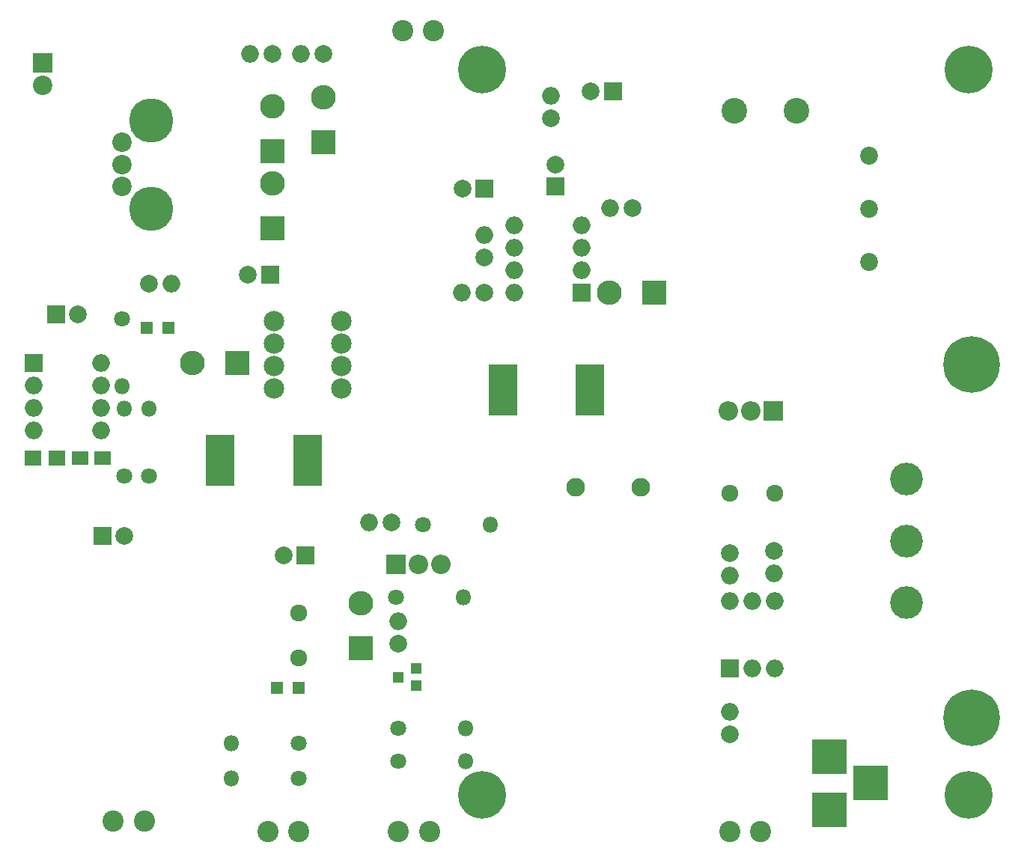
<source format=gbr>
G04 #@! TF.FileFunction,Soldermask,Top*
%FSLAX46Y46*%
G04 Gerber Fmt 4.6, Leading zero omitted, Abs format (unit mm)*
G04 Created by KiCad (PCBNEW 4.0.5) date Friday, May 26, 2017 'AMt' 10:19:46 AM*
%MOMM*%
%LPD*%
G01*
G04 APERTURE LIST*
%ADD10C,0.100000*%
%ADD11R,2.000000X2.000000*%
%ADD12C,2.000000*%
%ADD13C,2.305000*%
%ADD14R,2.200000X2.200000*%
%ADD15C,2.200000*%
%ADD16C,1.800000*%
%ADD17O,1.800000X1.800000*%
%ADD18O,2.000000X2.000000*%
%ADD19R,1.900000X1.650000*%
%ADD20O,2.200000X2.200000*%
%ADD21R,1.300000X1.200000*%
%ADD22C,5.000000*%
%ADD23R,3.900000X3.900000*%
%ADD24R,1.400000X1.400000*%
%ADD25R,2.800000X2.800000*%
%ADD26O,2.800000X2.800000*%
%ADD27R,3.300680X5.800040*%
%ADD28C,2.400000*%
%ADD29C,2.124000*%
%ADD30R,1.900000X1.700000*%
%ADD31C,2.024000*%
%ADD32C,1.924000*%
%ADD33C,2.900000*%
%ADD34C,6.400000*%
%ADD35C,3.700000*%
%ADD36C,5.400000*%
G04 APERTURE END LIST*
D10*
D11*
X37296800Y35199200D03*
D12*
X34796800Y35199200D03*
D13*
X41356800Y54139200D03*
X41356800Y56679200D03*
X41356800Y59219200D03*
X41356800Y61759200D03*
X33736800Y61759200D03*
X33736800Y59219200D03*
X33736800Y56679200D03*
X33736800Y54139200D03*
D14*
X7546800Y90949200D03*
D15*
X7546800Y88409200D03*
D16*
X19546800Y44199200D03*
D17*
X19546800Y51819200D03*
D16*
X47796800Y15699200D03*
D17*
X55416800Y15699200D03*
D16*
X16796800Y44199200D03*
D17*
X16796800Y51819200D03*
D16*
X47796800Y11949200D03*
D17*
X55416800Y11949200D03*
D16*
X36546800Y13949200D03*
D17*
X28926800Y13949200D03*
D16*
X36546800Y9949200D03*
D17*
X28926800Y9949200D03*
D12*
X39296800Y91949200D03*
D18*
X36756800Y91949200D03*
D12*
X33546800Y91949200D03*
D18*
X31006800Y91949200D03*
D11*
X9046800Y62449200D03*
D12*
X11546800Y62449200D03*
D16*
X16546800Y61949200D03*
D17*
X16546800Y54329200D03*
D19*
X14296800Y46199200D03*
X11796800Y46199200D03*
D11*
X14296800Y37449200D03*
D12*
X16796800Y37449200D03*
D14*
X90196800Y51549200D03*
D20*
X87656800Y51549200D03*
X85116800Y51549200D03*
D21*
X49796800Y20499200D03*
X49796800Y22399200D03*
X47796800Y21449200D03*
D15*
X16546800Y76949200D03*
X16546800Y79449200D03*
X16546800Y81949200D03*
D22*
X19846800Y74449200D03*
X19846800Y84449200D03*
D11*
X6546800Y56949200D03*
D18*
X14166800Y49329200D03*
X6546800Y54409200D03*
X14166800Y51869200D03*
X6546800Y51869200D03*
X14166800Y54409200D03*
X6546800Y49329200D03*
X14166800Y56949200D03*
D11*
X33296800Y66949200D03*
D12*
X30796800Y66949200D03*
D23*
X96546800Y12449200D03*
X96546800Y6449200D03*
X101246800Y9449200D03*
D24*
X19296800Y60949200D03*
X21796800Y60949200D03*
X36546800Y20199200D03*
X34046800Y20199200D03*
D11*
X57546800Y76699200D03*
D12*
X55046800Y76699200D03*
D11*
X65546800Y76949200D03*
D12*
X65546800Y79449200D03*
D11*
X72046800Y87699200D03*
D12*
X69546800Y87699200D03*
D25*
X76756400Y64945000D03*
D26*
X71676400Y64945000D03*
D27*
X59596340Y53949200D03*
X69497260Y53949200D03*
D12*
X57546800Y68949200D03*
D18*
X57546800Y71489200D03*
D12*
X57546800Y64949200D03*
D18*
X55006800Y64949200D03*
D12*
X65046800Y84699200D03*
D18*
X65046800Y87239200D03*
D12*
X74269600Y74498200D03*
D18*
X71729600Y74498200D03*
D12*
X19546800Y65949200D03*
D18*
X22086800Y65949200D03*
D12*
X85296800Y35449200D03*
D18*
X85296800Y32909200D03*
D12*
X90296800Y35699200D03*
D18*
X90296800Y33159200D03*
D11*
X85296800Y22449200D03*
D18*
X90376800Y30069200D03*
X87836800Y22449200D03*
X87836800Y30069200D03*
X90376800Y22449200D03*
X85296800Y30069200D03*
D11*
X68546800Y64949200D03*
D18*
X60926800Y72569200D03*
X68546800Y67489200D03*
X60926800Y70029200D03*
X68546800Y70029200D03*
X60926800Y67489200D03*
X68546800Y72569200D03*
X60926800Y64949200D03*
D25*
X33546800Y80949200D03*
D26*
X33546800Y86029200D03*
D25*
X39296800Y81949200D03*
D26*
X39296800Y87029200D03*
D25*
X33546800Y72199200D03*
D26*
X33546800Y77279200D03*
D25*
X29546800Y56949200D03*
D26*
X24466800Y56949200D03*
D12*
X85296800Y14949200D03*
D18*
X85296800Y17489200D03*
D28*
X48296800Y94549200D03*
X51796800Y94549200D03*
X19046800Y5199200D03*
X15546800Y5199200D03*
D29*
X75216800Y42949200D03*
X67886800Y42949200D03*
D28*
X88796800Y3949200D03*
X85296800Y3949200D03*
D30*
X9146800Y46199200D03*
X6446800Y46199200D03*
D27*
X27596340Y45949200D03*
X37497260Y45949200D03*
D31*
X101046800Y74449200D03*
X101046800Y80449200D03*
X101046800Y68449200D03*
D32*
X36546800Y23599200D03*
X36546800Y28699200D03*
X85246800Y42249200D03*
X90346800Y42249200D03*
D28*
X47796800Y3949200D03*
X51296800Y3949200D03*
X36546800Y3949200D03*
X33046800Y3949200D03*
D16*
X50546800Y38699200D03*
D17*
X58166800Y38699200D03*
D16*
X47546800Y30449200D03*
D17*
X55166800Y30449200D03*
D25*
X43546800Y24699200D03*
D26*
X43546800Y29779200D03*
D12*
X47046800Y38949200D03*
D18*
X44506800Y38949200D03*
D12*
X47796800Y25199200D03*
D18*
X47796800Y27739200D03*
D14*
X47546800Y34199200D03*
D20*
X50086800Y34199200D03*
X52626800Y34199200D03*
D33*
X92796800Y85549200D03*
X85796800Y85549200D03*
D34*
X112596800Y56849200D03*
X112596800Y16849200D03*
D35*
X105296800Y36849200D03*
X105296800Y43849200D03*
X105296800Y29849200D03*
D36*
X57256800Y8169200D03*
X112256800Y8169200D03*
X112256800Y90169200D03*
X57256800Y90169200D03*
M02*

</source>
